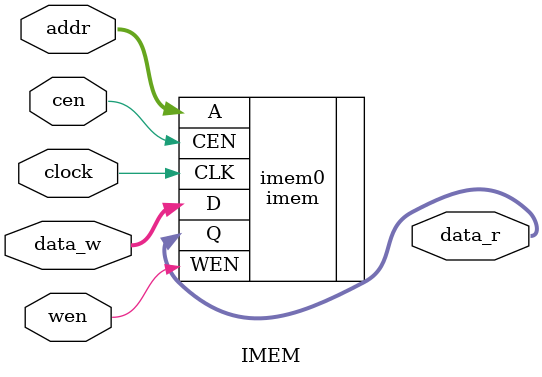
<source format=v>
`timescale 1 ns/ 1ps

module IMEM(
	   
   input                    clock,
   input                    cen,
   input                    wen,
   input [7:0]              addr,
   input [31:0]             data_w,
   output reg [31:0]            data_r

);

imem imem0(
	.A(addr),
	.D(data_w),
	.Q(data_r),
	.WEN(wen),
	.CEN(cen),
	.CLK(clock)			
);

endmodule

</source>
